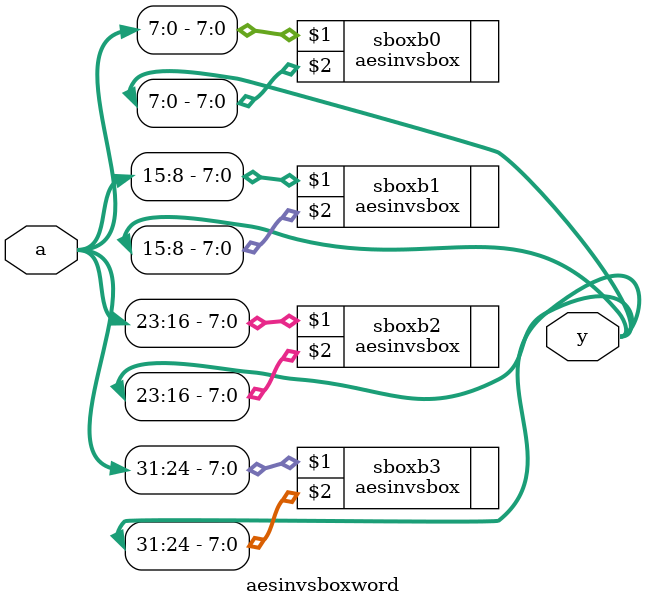
<source format=sv>

module aesinvsboxword(
   input  logic [31:0] a, 
   output logic [31:0] y
);
   
   // inverse substitutions boxes for each byte of the word
   aesinvsbox sboxb0(a[7:0],   y[7:0]);
   aesinvsbox sboxb1(a[15:8],  y[15:8]);
   aesinvsbox sboxb2(a[23:16], y[23:16]);	
   aesinvsbox sboxb3(a[31:24], y[31:24]);   
endmodule

</source>
